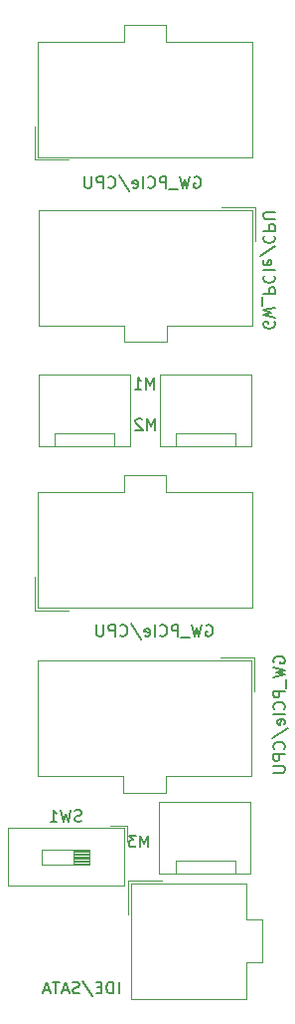
<source format=gbo>
%TF.GenerationSoftware,KiCad,Pcbnew,(5.1.10)-1*%
%TF.CreationDate,2021-09-30T12:58:34+08:00*%
%TF.ProjectId,KCORES CSPS to ATX Converter,4b434f52-4553-4204-9353-505320746f20,1.0*%
%TF.SameCoordinates,Original*%
%TF.FileFunction,Legend,Bot*%
%TF.FilePolarity,Positive*%
%FSLAX46Y46*%
G04 Gerber Fmt 4.6, Leading zero omitted, Abs format (unit mm)*
G04 Created by KiCad (PCBNEW (5.1.10)-1) date 2021-09-30 12:58:34*
%MOMM*%
%LPD*%
G01*
G04 APERTURE LIST*
%ADD10C,0.120000*%
%ADD11C,0.150000*%
G04 APERTURE END LIST*
D10*
%TO.C,J8*%
X116485000Y-156830000D02*
X116485000Y-151920000D01*
X116485000Y-151920000D02*
X126305000Y-151920000D01*
X126305000Y-151920000D02*
X126305000Y-155020000D01*
X126305000Y-155020000D02*
X127705000Y-155020000D01*
X127705000Y-155020000D02*
X127705000Y-156830000D01*
X116485000Y-156830000D02*
X116485000Y-161740000D01*
X116485000Y-161740000D02*
X126305000Y-161740000D01*
X126305000Y-161740000D02*
X126305000Y-158640000D01*
X126305000Y-158640000D02*
X127705000Y-158640000D01*
X127705000Y-158640000D02*
X127705000Y-156830000D01*
X116245000Y-154530000D02*
X116245000Y-151680000D01*
X116245000Y-151680000D02*
X119095000Y-151680000D01*
%TO.C,M3*%
X120257000Y-149971500D02*
X120257000Y-150981500D01*
X125337000Y-149971500D02*
X120257000Y-149971500D01*
X125337000Y-150981500D02*
X125337000Y-149971500D01*
X118887000Y-151081500D02*
X126687000Y-151081500D01*
X118887000Y-145031500D02*
X118887000Y-151081500D01*
X126687000Y-145031500D02*
X118887000Y-145031500D01*
X126687000Y-151081500D02*
X126687000Y-145031500D01*
%TO.C,M2*%
X120320500Y-113649500D02*
X120320500Y-114659500D01*
X125400500Y-113649500D02*
X120320500Y-113649500D01*
X125400500Y-114659500D02*
X125400500Y-113649500D01*
X118950500Y-114759500D02*
X126750500Y-114759500D01*
X118950500Y-108709500D02*
X118950500Y-114759500D01*
X126750500Y-108709500D02*
X118950500Y-108709500D01*
X126750500Y-114759500D02*
X126750500Y-108709500D01*
%TO.C,M1*%
X109970000Y-113649500D02*
X109970000Y-114659500D01*
X115050000Y-113649500D02*
X109970000Y-113649500D01*
X115050000Y-114659500D02*
X115050000Y-113649500D01*
X108600000Y-114759500D02*
X116400000Y-114759500D01*
X108600000Y-108709500D02*
X108600000Y-114759500D01*
X116400000Y-108709500D02*
X108600000Y-108709500D01*
X116400000Y-114759500D02*
X116400000Y-108709500D01*
%TO.C,SW1*%
X115872500Y-147230000D02*
X105972500Y-147230000D01*
X115872500Y-152070000D02*
X105972500Y-152070000D01*
X115872500Y-147230000D02*
X115872500Y-152070000D01*
X105972500Y-147230000D02*
X105972500Y-152070000D01*
X116112500Y-146990000D02*
X114728500Y-146990000D01*
X116112500Y-146990000D02*
X116112500Y-148373000D01*
X112952500Y-149015000D02*
X112952500Y-150285000D01*
X112952500Y-150285000D02*
X108892500Y-150285000D01*
X108892500Y-150285000D02*
X108892500Y-149015000D01*
X108892500Y-149015000D02*
X112952500Y-149015000D01*
X112952500Y-149135000D02*
X111599167Y-149135000D01*
X112952500Y-149255000D02*
X111599167Y-149255000D01*
X112952500Y-149375000D02*
X111599167Y-149375000D01*
X112952500Y-149495000D02*
X111599167Y-149495000D01*
X112952500Y-149615000D02*
X111599167Y-149615000D01*
X112952500Y-149735000D02*
X111599167Y-149735000D01*
X112952500Y-149855000D02*
X111599167Y-149855000D01*
X112952500Y-149975000D02*
X111599167Y-149975000D01*
X112952500Y-150095000D02*
X111599167Y-150095000D01*
X112952500Y-150215000D02*
X111599167Y-150215000D01*
X111599167Y-149015000D02*
X111599167Y-150285000D01*
%TO.C,J6*%
X108317000Y-128706500D02*
X108317000Y-125856500D01*
X111167000Y-128706500D02*
X108317000Y-128706500D01*
X119477000Y-117246500D02*
X117667000Y-117246500D01*
X119477000Y-118646500D02*
X119477000Y-117246500D01*
X126777000Y-118646500D02*
X119477000Y-118646500D01*
X126777000Y-128466500D02*
X126777000Y-118646500D01*
X117667000Y-128466500D02*
X126777000Y-128466500D01*
X115857000Y-117246500D02*
X117667000Y-117246500D01*
X115857000Y-118646500D02*
X115857000Y-117246500D01*
X108557000Y-118646500D02*
X115857000Y-118646500D01*
X108557000Y-128466500D02*
X108557000Y-118646500D01*
X117667000Y-128466500D02*
X108557000Y-128466500D01*
%TO.C,J5*%
X108317000Y-90416000D02*
X108317000Y-87566000D01*
X111167000Y-90416000D02*
X108317000Y-90416000D01*
X119477000Y-78956000D02*
X117667000Y-78956000D01*
X119477000Y-80356000D02*
X119477000Y-78956000D01*
X126777000Y-80356000D02*
X119477000Y-80356000D01*
X126777000Y-90176000D02*
X126777000Y-80356000D01*
X117667000Y-90176000D02*
X126777000Y-90176000D01*
X115857000Y-78956000D02*
X117667000Y-78956000D01*
X115857000Y-80356000D02*
X115857000Y-78956000D01*
X108557000Y-80356000D02*
X115857000Y-80356000D01*
X108557000Y-90176000D02*
X108557000Y-80356000D01*
X117667000Y-90176000D02*
X108557000Y-90176000D01*
%TO.C,J4*%
X126990000Y-132747500D02*
X126990000Y-135597500D01*
X124140000Y-132747500D02*
X126990000Y-132747500D01*
X115830000Y-144207500D02*
X117640000Y-144207500D01*
X115830000Y-142807500D02*
X115830000Y-144207500D01*
X108530000Y-142807500D02*
X115830000Y-142807500D01*
X108530000Y-132987500D02*
X108530000Y-142807500D01*
X117640000Y-132987500D02*
X108530000Y-132987500D01*
X119450000Y-144207500D02*
X117640000Y-144207500D01*
X119450000Y-142807500D02*
X119450000Y-144207500D01*
X126750000Y-142807500D02*
X119450000Y-142807500D01*
X126750000Y-132987500D02*
X126750000Y-142807500D01*
X117640000Y-132987500D02*
X126750000Y-132987500D01*
%TO.C,J3*%
X127053500Y-94448000D02*
X127053500Y-97298000D01*
X124203500Y-94448000D02*
X127053500Y-94448000D01*
X115893500Y-105908000D02*
X117703500Y-105908000D01*
X115893500Y-104508000D02*
X115893500Y-105908000D01*
X108593500Y-104508000D02*
X115893500Y-104508000D01*
X108593500Y-94688000D02*
X108593500Y-104508000D01*
X117703500Y-94688000D02*
X108593500Y-94688000D01*
X119513500Y-105908000D02*
X117703500Y-105908000D01*
X119513500Y-104508000D02*
X119513500Y-105908000D01*
X126813500Y-104508000D02*
X119513500Y-104508000D01*
X126813500Y-94688000D02*
X126813500Y-104508000D01*
X117703500Y-94688000D02*
X126813500Y-94688000D01*
%TO.C,J8*%
D11*
X115446476Y-161278380D02*
X115446476Y-160278380D01*
X114970285Y-161278380D02*
X114970285Y-160278380D01*
X114732190Y-160278380D01*
X114589333Y-160326000D01*
X114494095Y-160421238D01*
X114446476Y-160516476D01*
X114398857Y-160706952D01*
X114398857Y-160849809D01*
X114446476Y-161040285D01*
X114494095Y-161135523D01*
X114589333Y-161230761D01*
X114732190Y-161278380D01*
X114970285Y-161278380D01*
X113970285Y-160754571D02*
X113636952Y-160754571D01*
X113494095Y-161278380D02*
X113970285Y-161278380D01*
X113970285Y-160278380D01*
X113494095Y-160278380D01*
X112351238Y-160230761D02*
X113208380Y-161516476D01*
X112065523Y-161230761D02*
X111922666Y-161278380D01*
X111684571Y-161278380D01*
X111589333Y-161230761D01*
X111541714Y-161183142D01*
X111494095Y-161087904D01*
X111494095Y-160992666D01*
X111541714Y-160897428D01*
X111589333Y-160849809D01*
X111684571Y-160802190D01*
X111875047Y-160754571D01*
X111970285Y-160706952D01*
X112017904Y-160659333D01*
X112065523Y-160564095D01*
X112065523Y-160468857D01*
X112017904Y-160373619D01*
X111970285Y-160326000D01*
X111875047Y-160278380D01*
X111636952Y-160278380D01*
X111494095Y-160326000D01*
X111113142Y-160992666D02*
X110636952Y-160992666D01*
X111208380Y-161278380D02*
X110875047Y-160278380D01*
X110541714Y-161278380D01*
X110351238Y-160278380D02*
X109779809Y-160278380D01*
X110065523Y-161278380D02*
X110065523Y-160278380D01*
X109494095Y-160992666D02*
X109017904Y-160992666D01*
X109589333Y-161278380D02*
X109256000Y-160278380D01*
X108922666Y-161278380D01*
%TO.C,M3*%
X117955023Y-148832380D02*
X117955023Y-147832380D01*
X117621690Y-148546666D01*
X117288357Y-147832380D01*
X117288357Y-148832380D01*
X116907404Y-147832380D02*
X116288357Y-147832380D01*
X116621690Y-148213333D01*
X116478833Y-148213333D01*
X116383595Y-148260952D01*
X116335976Y-148308571D01*
X116288357Y-148403809D01*
X116288357Y-148641904D01*
X116335976Y-148737142D01*
X116383595Y-148784761D01*
X116478833Y-148832380D01*
X116764547Y-148832380D01*
X116859785Y-148784761D01*
X116907404Y-148737142D01*
%TO.C,M2*%
X118526523Y-113399380D02*
X118526523Y-112399380D01*
X118193190Y-113113666D01*
X117859857Y-112399380D01*
X117859857Y-113399380D01*
X117431285Y-112494619D02*
X117383666Y-112447000D01*
X117288428Y-112399380D01*
X117050333Y-112399380D01*
X116955095Y-112447000D01*
X116907476Y-112494619D01*
X116859857Y-112589857D01*
X116859857Y-112685095D01*
X116907476Y-112827952D01*
X117478904Y-113399380D01*
X116859857Y-113399380D01*
%TO.C,M1*%
X118463023Y-109906880D02*
X118463023Y-108906880D01*
X118129690Y-109621166D01*
X117796357Y-108906880D01*
X117796357Y-109906880D01*
X116796357Y-109906880D02*
X117367785Y-109906880D01*
X117082071Y-109906880D02*
X117082071Y-108906880D01*
X117177309Y-109049738D01*
X117272547Y-109144976D01*
X117367785Y-109192595D01*
%TO.C,SW1*%
X112255833Y-146634761D02*
X112112976Y-146682380D01*
X111874880Y-146682380D01*
X111779642Y-146634761D01*
X111732023Y-146587142D01*
X111684404Y-146491904D01*
X111684404Y-146396666D01*
X111732023Y-146301428D01*
X111779642Y-146253809D01*
X111874880Y-146206190D01*
X112065357Y-146158571D01*
X112160595Y-146110952D01*
X112208214Y-146063333D01*
X112255833Y-145968095D01*
X112255833Y-145872857D01*
X112208214Y-145777619D01*
X112160595Y-145730000D01*
X112065357Y-145682380D01*
X111827261Y-145682380D01*
X111684404Y-145730000D01*
X111351071Y-145682380D02*
X111112976Y-146682380D01*
X110922500Y-145968095D01*
X110732023Y-146682380D01*
X110493928Y-145682380D01*
X109589166Y-146682380D02*
X110160595Y-146682380D01*
X109874880Y-146682380D02*
X109874880Y-145682380D01*
X109970119Y-145825238D01*
X110065357Y-145920476D01*
X110160595Y-145968095D01*
%TO.C,J6*%
X122883761Y-129973000D02*
X122979000Y-129925380D01*
X123121857Y-129925380D01*
X123264714Y-129973000D01*
X123359952Y-130068238D01*
X123407571Y-130163476D01*
X123455190Y-130353952D01*
X123455190Y-130496809D01*
X123407571Y-130687285D01*
X123359952Y-130782523D01*
X123264714Y-130877761D01*
X123121857Y-130925380D01*
X123026619Y-130925380D01*
X122883761Y-130877761D01*
X122836142Y-130830142D01*
X122836142Y-130496809D01*
X123026619Y-130496809D01*
X122502809Y-129925380D02*
X122264714Y-130925380D01*
X122074238Y-130211095D01*
X121883761Y-130925380D01*
X121645666Y-129925380D01*
X121502809Y-131020619D02*
X120740904Y-131020619D01*
X120502809Y-130925380D02*
X120502809Y-129925380D01*
X120121857Y-129925380D01*
X120026619Y-129973000D01*
X119979000Y-130020619D01*
X119931380Y-130115857D01*
X119931380Y-130258714D01*
X119979000Y-130353952D01*
X120026619Y-130401571D01*
X120121857Y-130449190D01*
X120502809Y-130449190D01*
X118931380Y-130830142D02*
X118979000Y-130877761D01*
X119121857Y-130925380D01*
X119217095Y-130925380D01*
X119359952Y-130877761D01*
X119455190Y-130782523D01*
X119502809Y-130687285D01*
X119550428Y-130496809D01*
X119550428Y-130353952D01*
X119502809Y-130163476D01*
X119455190Y-130068238D01*
X119359952Y-129973000D01*
X119217095Y-129925380D01*
X119121857Y-129925380D01*
X118979000Y-129973000D01*
X118931380Y-130020619D01*
X118502809Y-130925380D02*
X118502809Y-129925380D01*
X117645666Y-130877761D02*
X117740904Y-130925380D01*
X117931380Y-130925380D01*
X118026619Y-130877761D01*
X118074238Y-130782523D01*
X118074238Y-130401571D01*
X118026619Y-130306333D01*
X117931380Y-130258714D01*
X117740904Y-130258714D01*
X117645666Y-130306333D01*
X117598047Y-130401571D01*
X117598047Y-130496809D01*
X118074238Y-130592047D01*
X116455190Y-129877761D02*
X117312333Y-131163476D01*
X115550428Y-130830142D02*
X115598047Y-130877761D01*
X115740904Y-130925380D01*
X115836142Y-130925380D01*
X115979000Y-130877761D01*
X116074238Y-130782523D01*
X116121857Y-130687285D01*
X116169476Y-130496809D01*
X116169476Y-130353952D01*
X116121857Y-130163476D01*
X116074238Y-130068238D01*
X115979000Y-129973000D01*
X115836142Y-129925380D01*
X115740904Y-129925380D01*
X115598047Y-129973000D01*
X115550428Y-130020619D01*
X115121857Y-130925380D02*
X115121857Y-129925380D01*
X114740904Y-129925380D01*
X114645666Y-129973000D01*
X114598047Y-130020619D01*
X114550428Y-130115857D01*
X114550428Y-130258714D01*
X114598047Y-130353952D01*
X114645666Y-130401571D01*
X114740904Y-130449190D01*
X115121857Y-130449190D01*
X114121857Y-129925380D02*
X114121857Y-130734904D01*
X114074238Y-130830142D01*
X114026619Y-130877761D01*
X113931380Y-130925380D01*
X113740904Y-130925380D01*
X113645666Y-130877761D01*
X113598047Y-130830142D01*
X113550428Y-130734904D01*
X113550428Y-129925380D01*
%TO.C,J5*%
X121867761Y-91873000D02*
X121963000Y-91825380D01*
X122105857Y-91825380D01*
X122248714Y-91873000D01*
X122343952Y-91968238D01*
X122391571Y-92063476D01*
X122439190Y-92253952D01*
X122439190Y-92396809D01*
X122391571Y-92587285D01*
X122343952Y-92682523D01*
X122248714Y-92777761D01*
X122105857Y-92825380D01*
X122010619Y-92825380D01*
X121867761Y-92777761D01*
X121820142Y-92730142D01*
X121820142Y-92396809D01*
X122010619Y-92396809D01*
X121486809Y-91825380D02*
X121248714Y-92825380D01*
X121058238Y-92111095D01*
X120867761Y-92825380D01*
X120629666Y-91825380D01*
X120486809Y-92920619D02*
X119724904Y-92920619D01*
X119486809Y-92825380D02*
X119486809Y-91825380D01*
X119105857Y-91825380D01*
X119010619Y-91873000D01*
X118963000Y-91920619D01*
X118915380Y-92015857D01*
X118915380Y-92158714D01*
X118963000Y-92253952D01*
X119010619Y-92301571D01*
X119105857Y-92349190D01*
X119486809Y-92349190D01*
X117915380Y-92730142D02*
X117963000Y-92777761D01*
X118105857Y-92825380D01*
X118201095Y-92825380D01*
X118343952Y-92777761D01*
X118439190Y-92682523D01*
X118486809Y-92587285D01*
X118534428Y-92396809D01*
X118534428Y-92253952D01*
X118486809Y-92063476D01*
X118439190Y-91968238D01*
X118343952Y-91873000D01*
X118201095Y-91825380D01*
X118105857Y-91825380D01*
X117963000Y-91873000D01*
X117915380Y-91920619D01*
X117486809Y-92825380D02*
X117486809Y-91825380D01*
X116629666Y-92777761D02*
X116724904Y-92825380D01*
X116915380Y-92825380D01*
X117010619Y-92777761D01*
X117058238Y-92682523D01*
X117058238Y-92301571D01*
X117010619Y-92206333D01*
X116915380Y-92158714D01*
X116724904Y-92158714D01*
X116629666Y-92206333D01*
X116582047Y-92301571D01*
X116582047Y-92396809D01*
X117058238Y-92492047D01*
X115439190Y-91777761D02*
X116296333Y-93063476D01*
X114534428Y-92730142D02*
X114582047Y-92777761D01*
X114724904Y-92825380D01*
X114820142Y-92825380D01*
X114963000Y-92777761D01*
X115058238Y-92682523D01*
X115105857Y-92587285D01*
X115153476Y-92396809D01*
X115153476Y-92253952D01*
X115105857Y-92063476D01*
X115058238Y-91968238D01*
X114963000Y-91873000D01*
X114820142Y-91825380D01*
X114724904Y-91825380D01*
X114582047Y-91873000D01*
X114534428Y-91920619D01*
X114105857Y-92825380D02*
X114105857Y-91825380D01*
X113724904Y-91825380D01*
X113629666Y-91873000D01*
X113582047Y-91920619D01*
X113534428Y-92015857D01*
X113534428Y-92158714D01*
X113582047Y-92253952D01*
X113629666Y-92301571D01*
X113724904Y-92349190D01*
X114105857Y-92349190D01*
X113105857Y-91825380D02*
X113105857Y-92634904D01*
X113058238Y-92730142D01*
X113010619Y-92777761D01*
X112915380Y-92825380D01*
X112724904Y-92825380D01*
X112629666Y-92777761D01*
X112582047Y-92730142D01*
X112534428Y-92634904D01*
X112534428Y-91825380D01*
%TO.C,J4*%
X128647000Y-133180238D02*
X128599380Y-133085000D01*
X128599380Y-132942142D01*
X128647000Y-132799285D01*
X128742238Y-132704047D01*
X128837476Y-132656428D01*
X129027952Y-132608809D01*
X129170809Y-132608809D01*
X129361285Y-132656428D01*
X129456523Y-132704047D01*
X129551761Y-132799285D01*
X129599380Y-132942142D01*
X129599380Y-133037380D01*
X129551761Y-133180238D01*
X129504142Y-133227857D01*
X129170809Y-133227857D01*
X129170809Y-133037380D01*
X128599380Y-133561190D02*
X129599380Y-133799285D01*
X128885095Y-133989761D01*
X129599380Y-134180238D01*
X128599380Y-134418333D01*
X129694619Y-134561190D02*
X129694619Y-135323095D01*
X129599380Y-135561190D02*
X128599380Y-135561190D01*
X128599380Y-135942142D01*
X128647000Y-136037380D01*
X128694619Y-136085000D01*
X128789857Y-136132619D01*
X128932714Y-136132619D01*
X129027952Y-136085000D01*
X129075571Y-136037380D01*
X129123190Y-135942142D01*
X129123190Y-135561190D01*
X129504142Y-137132619D02*
X129551761Y-137085000D01*
X129599380Y-136942142D01*
X129599380Y-136846904D01*
X129551761Y-136704047D01*
X129456523Y-136608809D01*
X129361285Y-136561190D01*
X129170809Y-136513571D01*
X129027952Y-136513571D01*
X128837476Y-136561190D01*
X128742238Y-136608809D01*
X128647000Y-136704047D01*
X128599380Y-136846904D01*
X128599380Y-136942142D01*
X128647000Y-137085000D01*
X128694619Y-137132619D01*
X129599380Y-137561190D02*
X128599380Y-137561190D01*
X129551761Y-138418333D02*
X129599380Y-138323095D01*
X129599380Y-138132619D01*
X129551761Y-138037380D01*
X129456523Y-137989761D01*
X129075571Y-137989761D01*
X128980333Y-138037380D01*
X128932714Y-138132619D01*
X128932714Y-138323095D01*
X128980333Y-138418333D01*
X129075571Y-138465952D01*
X129170809Y-138465952D01*
X129266047Y-137989761D01*
X128551761Y-139608809D02*
X129837476Y-138751666D01*
X129504142Y-140513571D02*
X129551761Y-140465952D01*
X129599380Y-140323095D01*
X129599380Y-140227857D01*
X129551761Y-140085000D01*
X129456523Y-139989761D01*
X129361285Y-139942142D01*
X129170809Y-139894523D01*
X129027952Y-139894523D01*
X128837476Y-139942142D01*
X128742238Y-139989761D01*
X128647000Y-140085000D01*
X128599380Y-140227857D01*
X128599380Y-140323095D01*
X128647000Y-140465952D01*
X128694619Y-140513571D01*
X129599380Y-140942142D02*
X128599380Y-140942142D01*
X128599380Y-141323095D01*
X128647000Y-141418333D01*
X128694619Y-141465952D01*
X128789857Y-141513571D01*
X128932714Y-141513571D01*
X129027952Y-141465952D01*
X129075571Y-141418333D01*
X129123190Y-141323095D01*
X129123190Y-140942142D01*
X128599380Y-141942142D02*
X129408904Y-141942142D01*
X129504142Y-141989761D01*
X129551761Y-142037380D01*
X129599380Y-142132619D01*
X129599380Y-142323095D01*
X129551761Y-142418333D01*
X129504142Y-142465952D01*
X129408904Y-142513571D01*
X128599380Y-142513571D01*
%TO.C,J3*%
X128703500Y-104202761D02*
X128751119Y-104298000D01*
X128751119Y-104440857D01*
X128703500Y-104583714D01*
X128608261Y-104678952D01*
X128513023Y-104726571D01*
X128322547Y-104774190D01*
X128179690Y-104774190D01*
X127989214Y-104726571D01*
X127893976Y-104678952D01*
X127798738Y-104583714D01*
X127751119Y-104440857D01*
X127751119Y-104345619D01*
X127798738Y-104202761D01*
X127846357Y-104155142D01*
X128179690Y-104155142D01*
X128179690Y-104345619D01*
X128751119Y-103821809D02*
X127751119Y-103583714D01*
X128465404Y-103393238D01*
X127751119Y-103202761D01*
X128751119Y-102964666D01*
X127655880Y-102821809D02*
X127655880Y-102059904D01*
X127751119Y-101821809D02*
X128751119Y-101821809D01*
X128751119Y-101440857D01*
X128703500Y-101345619D01*
X128655880Y-101298000D01*
X128560642Y-101250380D01*
X128417785Y-101250380D01*
X128322547Y-101298000D01*
X128274928Y-101345619D01*
X128227309Y-101440857D01*
X128227309Y-101821809D01*
X127846357Y-100250380D02*
X127798738Y-100298000D01*
X127751119Y-100440857D01*
X127751119Y-100536095D01*
X127798738Y-100678952D01*
X127893976Y-100774190D01*
X127989214Y-100821809D01*
X128179690Y-100869428D01*
X128322547Y-100869428D01*
X128513023Y-100821809D01*
X128608261Y-100774190D01*
X128703500Y-100678952D01*
X128751119Y-100536095D01*
X128751119Y-100440857D01*
X128703500Y-100298000D01*
X128655880Y-100250380D01*
X127751119Y-99821809D02*
X128751119Y-99821809D01*
X127798738Y-98964666D02*
X127751119Y-99059904D01*
X127751119Y-99250380D01*
X127798738Y-99345619D01*
X127893976Y-99393238D01*
X128274928Y-99393238D01*
X128370166Y-99345619D01*
X128417785Y-99250380D01*
X128417785Y-99059904D01*
X128370166Y-98964666D01*
X128274928Y-98917047D01*
X128179690Y-98917047D01*
X128084452Y-99393238D01*
X128798738Y-97774190D02*
X127513023Y-98631333D01*
X127846357Y-96869428D02*
X127798738Y-96917047D01*
X127751119Y-97059904D01*
X127751119Y-97155142D01*
X127798738Y-97298000D01*
X127893976Y-97393238D01*
X127989214Y-97440857D01*
X128179690Y-97488476D01*
X128322547Y-97488476D01*
X128513023Y-97440857D01*
X128608261Y-97393238D01*
X128703500Y-97298000D01*
X128751119Y-97155142D01*
X128751119Y-97059904D01*
X128703500Y-96917047D01*
X128655880Y-96869428D01*
X127751119Y-96440857D02*
X128751119Y-96440857D01*
X128751119Y-96059904D01*
X128703500Y-95964666D01*
X128655880Y-95917047D01*
X128560642Y-95869428D01*
X128417785Y-95869428D01*
X128322547Y-95917047D01*
X128274928Y-95964666D01*
X128227309Y-96059904D01*
X128227309Y-96440857D01*
X128751119Y-95440857D02*
X127941595Y-95440857D01*
X127846357Y-95393238D01*
X127798738Y-95345619D01*
X127751119Y-95250380D01*
X127751119Y-95059904D01*
X127798738Y-94964666D01*
X127846357Y-94917047D01*
X127941595Y-94869428D01*
X128751119Y-94869428D01*
%TD*%
M02*

</source>
